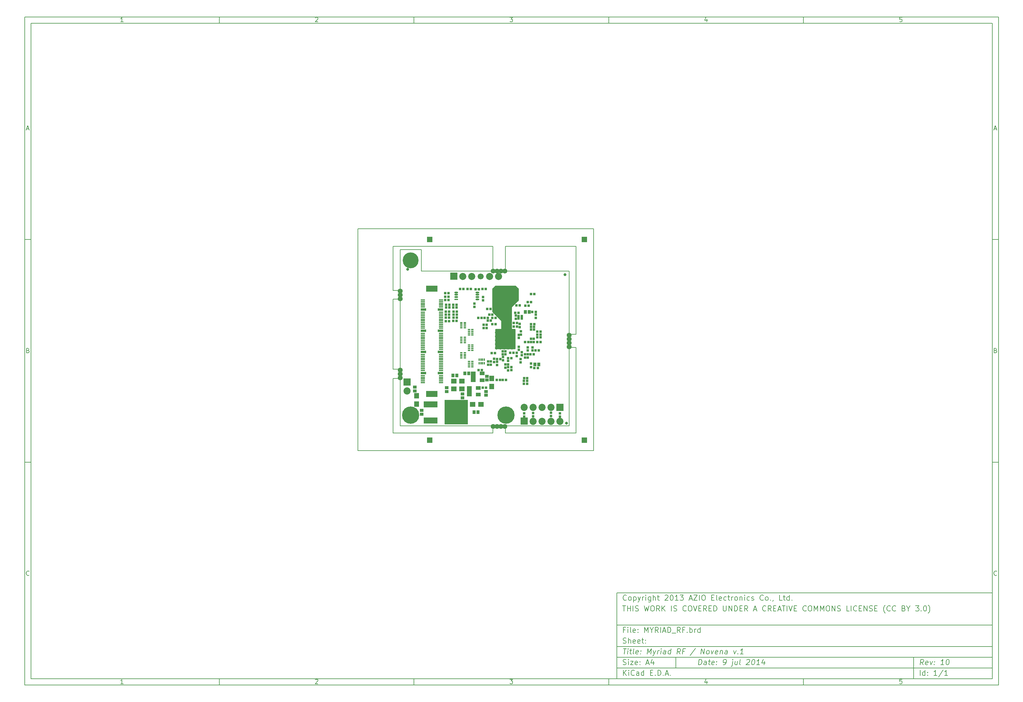
<source format=gbs>
G04 (created by PCBNEW (2013-07-07 BZR 4022)-stable) date 09/07/2014 14:33:10*
%MOIN*%
G04 Gerber Fmt 3.4, Leading zero omitted, Abs format*
%FSLAX34Y34*%
G01*
G70*
G90*
G04 APERTURE LIST*
%ADD10C,0.00590551*%
%ADD11C,0.0077*%
%ADD12R,0.0592X0.0592*%
%ADD13C,0.0314961*%
%ADD14C,0.0554*%
%ADD15C,0.0357*%
%ADD16R,0.0588X0.055*%
%ADD17R,0.055X0.0588*%
%ADD18R,0.0253X0.0273*%
%ADD19R,0.0273X0.0253*%
%ADD20R,0.0353X0.0392*%
%ADD21R,0.0392X0.0353*%
%ADD22R,0.0273X0.0273*%
%ADD23C,0.193228*%
%ADD24R,0.1571X0.0704*%
%ADD25R,0.2594X0.2752*%
%ADD26R,0.0543X0.0425*%
%ADD27O,0.0273X0.0155*%
%ADD28R,0.0273X0.0155*%
%ADD29O,0.0155X0.0273*%
%ADD30R,0.0155X0.0273*%
%ADD31R,0.0797X0.0797*%
%ADD32C,0.0797*%
%ADD33C,0.17748*%
%ADD34R,0.043337X0.017737*%
%ADD35O,0.043337X0.017737*%
%ADD36O,0.043337X0.017637*%
%ADD37C,0.0790551*%
%ADD38C,0.0668551*%
%ADD39R,0.0790551X0.0790551*%
%ADD40R,0.047137X0.015637*%
%ADD41R,0.062837X0.031437*%
%ADD42R,0.1298X0.0707*%
%ADD43R,0.047237X0.015737*%
%ADD44C,0.01*%
G04 APERTURE END LIST*
G54D10*
X4000Y-4000D02*
X112930Y-4000D01*
X112930Y-78680D01*
X4000Y-78680D01*
X4000Y-4000D01*
X4700Y-4700D02*
X112230Y-4700D01*
X112230Y-77980D01*
X4700Y-77980D01*
X4700Y-4700D01*
X25780Y-4000D02*
X25780Y-4700D01*
X15032Y-4552D02*
X14747Y-4552D01*
X14890Y-4552D02*
X14890Y-4052D01*
X14842Y-4123D01*
X14794Y-4171D01*
X14747Y-4195D01*
X25780Y-78680D02*
X25780Y-77980D01*
X15032Y-78532D02*
X14747Y-78532D01*
X14890Y-78532D02*
X14890Y-78032D01*
X14842Y-78103D01*
X14794Y-78151D01*
X14747Y-78175D01*
X47560Y-4000D02*
X47560Y-4700D01*
X36527Y-4100D02*
X36550Y-4076D01*
X36598Y-4052D01*
X36717Y-4052D01*
X36765Y-4076D01*
X36789Y-4100D01*
X36812Y-4147D01*
X36812Y-4195D01*
X36789Y-4266D01*
X36503Y-4552D01*
X36812Y-4552D01*
X47560Y-78680D02*
X47560Y-77980D01*
X36527Y-78080D02*
X36550Y-78056D01*
X36598Y-78032D01*
X36717Y-78032D01*
X36765Y-78056D01*
X36789Y-78080D01*
X36812Y-78127D01*
X36812Y-78175D01*
X36789Y-78246D01*
X36503Y-78532D01*
X36812Y-78532D01*
X69340Y-4000D02*
X69340Y-4700D01*
X58283Y-4052D02*
X58592Y-4052D01*
X58426Y-4242D01*
X58497Y-4242D01*
X58545Y-4266D01*
X58569Y-4290D01*
X58592Y-4338D01*
X58592Y-4457D01*
X58569Y-4504D01*
X58545Y-4528D01*
X58497Y-4552D01*
X58354Y-4552D01*
X58307Y-4528D01*
X58283Y-4504D01*
X69340Y-78680D02*
X69340Y-77980D01*
X58283Y-78032D02*
X58592Y-78032D01*
X58426Y-78222D01*
X58497Y-78222D01*
X58545Y-78246D01*
X58569Y-78270D01*
X58592Y-78318D01*
X58592Y-78437D01*
X58569Y-78484D01*
X58545Y-78508D01*
X58497Y-78532D01*
X58354Y-78532D01*
X58307Y-78508D01*
X58283Y-78484D01*
X91120Y-4000D02*
X91120Y-4700D01*
X80325Y-4219D02*
X80325Y-4552D01*
X80206Y-4028D02*
X80087Y-4385D01*
X80396Y-4385D01*
X91120Y-78680D02*
X91120Y-77980D01*
X80325Y-78199D02*
X80325Y-78532D01*
X80206Y-78008D02*
X80087Y-78365D01*
X80396Y-78365D01*
X102129Y-4052D02*
X101890Y-4052D01*
X101867Y-4290D01*
X101890Y-4266D01*
X101938Y-4242D01*
X102057Y-4242D01*
X102105Y-4266D01*
X102129Y-4290D01*
X102152Y-4338D01*
X102152Y-4457D01*
X102129Y-4504D01*
X102105Y-4528D01*
X102057Y-4552D01*
X101938Y-4552D01*
X101890Y-4528D01*
X101867Y-4504D01*
X102129Y-78032D02*
X101890Y-78032D01*
X101867Y-78270D01*
X101890Y-78246D01*
X101938Y-78222D01*
X102057Y-78222D01*
X102105Y-78246D01*
X102129Y-78270D01*
X102152Y-78318D01*
X102152Y-78437D01*
X102129Y-78484D01*
X102105Y-78508D01*
X102057Y-78532D01*
X101938Y-78532D01*
X101890Y-78508D01*
X101867Y-78484D01*
X4000Y-28890D02*
X4700Y-28890D01*
X4230Y-16509D02*
X4469Y-16509D01*
X4183Y-16652D02*
X4350Y-16152D01*
X4516Y-16652D01*
X112930Y-28890D02*
X112230Y-28890D01*
X112460Y-16509D02*
X112699Y-16509D01*
X112413Y-16652D02*
X112580Y-16152D01*
X112746Y-16652D01*
X4000Y-53780D02*
X4700Y-53780D01*
X4385Y-41280D02*
X4457Y-41304D01*
X4480Y-41328D01*
X4504Y-41375D01*
X4504Y-41447D01*
X4480Y-41494D01*
X4457Y-41518D01*
X4409Y-41542D01*
X4219Y-41542D01*
X4219Y-41042D01*
X4385Y-41042D01*
X4433Y-41066D01*
X4457Y-41090D01*
X4480Y-41137D01*
X4480Y-41185D01*
X4457Y-41232D01*
X4433Y-41256D01*
X4385Y-41280D01*
X4219Y-41280D01*
X112930Y-53780D02*
X112230Y-53780D01*
X112615Y-41280D02*
X112687Y-41304D01*
X112710Y-41328D01*
X112734Y-41375D01*
X112734Y-41447D01*
X112710Y-41494D01*
X112687Y-41518D01*
X112639Y-41542D01*
X112449Y-41542D01*
X112449Y-41042D01*
X112615Y-41042D01*
X112663Y-41066D01*
X112687Y-41090D01*
X112710Y-41137D01*
X112710Y-41185D01*
X112687Y-41232D01*
X112663Y-41256D01*
X112615Y-41280D01*
X112449Y-41280D01*
X4504Y-66384D02*
X4480Y-66408D01*
X4409Y-66432D01*
X4361Y-66432D01*
X4290Y-66408D01*
X4242Y-66360D01*
X4219Y-66313D01*
X4195Y-66218D01*
X4195Y-66146D01*
X4219Y-66051D01*
X4242Y-66003D01*
X4290Y-65956D01*
X4361Y-65932D01*
X4409Y-65932D01*
X4480Y-65956D01*
X4504Y-65980D01*
X112734Y-66384D02*
X112710Y-66408D01*
X112639Y-66432D01*
X112591Y-66432D01*
X112520Y-66408D01*
X112472Y-66360D01*
X112449Y-66313D01*
X112425Y-66218D01*
X112425Y-66146D01*
X112449Y-66051D01*
X112472Y-66003D01*
X112520Y-65956D01*
X112591Y-65932D01*
X112639Y-65932D01*
X112710Y-65956D01*
X112734Y-65980D01*
X79380Y-76422D02*
X79455Y-75822D01*
X79597Y-75822D01*
X79680Y-75851D01*
X79730Y-75908D01*
X79751Y-75965D01*
X79765Y-76080D01*
X79755Y-76165D01*
X79712Y-76280D01*
X79676Y-76337D01*
X79612Y-76394D01*
X79522Y-76422D01*
X79380Y-76422D01*
X80237Y-76422D02*
X80276Y-76108D01*
X80255Y-76051D01*
X80201Y-76022D01*
X80087Y-76022D01*
X80026Y-76051D01*
X80240Y-76394D02*
X80180Y-76422D01*
X80037Y-76422D01*
X79983Y-76394D01*
X79962Y-76337D01*
X79969Y-76280D01*
X80005Y-76222D01*
X80065Y-76194D01*
X80208Y-76194D01*
X80269Y-76165D01*
X80487Y-76022D02*
X80715Y-76022D01*
X80597Y-75822D02*
X80533Y-76337D01*
X80555Y-76394D01*
X80608Y-76422D01*
X80665Y-76422D01*
X81097Y-76394D02*
X81037Y-76422D01*
X80922Y-76422D01*
X80869Y-76394D01*
X80847Y-76337D01*
X80876Y-76108D01*
X80912Y-76051D01*
X80972Y-76022D01*
X81087Y-76022D01*
X81140Y-76051D01*
X81162Y-76108D01*
X81155Y-76165D01*
X80862Y-76222D01*
X81387Y-76365D02*
X81412Y-76394D01*
X81380Y-76422D01*
X81355Y-76394D01*
X81387Y-76365D01*
X81380Y-76422D01*
X81426Y-76051D02*
X81451Y-76080D01*
X81419Y-76108D01*
X81394Y-76080D01*
X81426Y-76051D01*
X81419Y-76108D01*
X82151Y-76422D02*
X82265Y-76422D01*
X82326Y-76394D01*
X82358Y-76365D01*
X82426Y-76280D01*
X82469Y-76165D01*
X82497Y-75937D01*
X82476Y-75880D01*
X82451Y-75851D01*
X82397Y-75822D01*
X82283Y-75822D01*
X82222Y-75851D01*
X82190Y-75880D01*
X82155Y-75937D01*
X82137Y-76080D01*
X82158Y-76137D01*
X82183Y-76165D01*
X82237Y-76194D01*
X82351Y-76194D01*
X82412Y-76165D01*
X82444Y-76137D01*
X82480Y-76080D01*
X83201Y-76022D02*
X83137Y-76537D01*
X83101Y-76594D01*
X83040Y-76622D01*
X83012Y-76622D01*
X83226Y-75822D02*
X83194Y-75851D01*
X83219Y-75880D01*
X83251Y-75851D01*
X83226Y-75822D01*
X83219Y-75880D01*
X83744Y-76022D02*
X83694Y-76422D01*
X83487Y-76022D02*
X83447Y-76337D01*
X83469Y-76394D01*
X83522Y-76422D01*
X83608Y-76422D01*
X83669Y-76394D01*
X83701Y-76365D01*
X84065Y-76422D02*
X84012Y-76394D01*
X83990Y-76337D01*
X84055Y-75822D01*
X84790Y-75880D02*
X84822Y-75851D01*
X84883Y-75822D01*
X85026Y-75822D01*
X85080Y-75851D01*
X85105Y-75880D01*
X85126Y-75937D01*
X85119Y-75994D01*
X85080Y-76080D01*
X84694Y-76422D01*
X85065Y-76422D01*
X85512Y-75822D02*
X85569Y-75822D01*
X85622Y-75851D01*
X85647Y-75880D01*
X85669Y-75937D01*
X85683Y-76051D01*
X85665Y-76194D01*
X85622Y-76308D01*
X85587Y-76365D01*
X85555Y-76394D01*
X85494Y-76422D01*
X85437Y-76422D01*
X85383Y-76394D01*
X85358Y-76365D01*
X85337Y-76308D01*
X85322Y-76194D01*
X85340Y-76051D01*
X85383Y-75937D01*
X85419Y-75880D01*
X85451Y-75851D01*
X85512Y-75822D01*
X86208Y-76422D02*
X85865Y-76422D01*
X86037Y-76422D02*
X86112Y-75822D01*
X86044Y-75908D01*
X85980Y-75965D01*
X85919Y-75994D01*
X86772Y-76022D02*
X86722Y-76422D01*
X86658Y-75794D02*
X86462Y-76222D01*
X86833Y-76222D01*
X70972Y-77622D02*
X70972Y-77022D01*
X71315Y-77622D02*
X71058Y-77280D01*
X71315Y-77022D02*
X70972Y-77365D01*
X71572Y-77622D02*
X71572Y-77222D01*
X71572Y-77022D02*
X71544Y-77051D01*
X71572Y-77080D01*
X71601Y-77051D01*
X71572Y-77022D01*
X71572Y-77080D01*
X72201Y-77565D02*
X72172Y-77594D01*
X72087Y-77622D01*
X72030Y-77622D01*
X71944Y-77594D01*
X71887Y-77537D01*
X71858Y-77480D01*
X71830Y-77365D01*
X71830Y-77280D01*
X71858Y-77165D01*
X71887Y-77108D01*
X71944Y-77051D01*
X72030Y-77022D01*
X72087Y-77022D01*
X72172Y-77051D01*
X72201Y-77080D01*
X72715Y-77622D02*
X72715Y-77308D01*
X72687Y-77251D01*
X72630Y-77222D01*
X72515Y-77222D01*
X72458Y-77251D01*
X72715Y-77594D02*
X72658Y-77622D01*
X72515Y-77622D01*
X72458Y-77594D01*
X72430Y-77537D01*
X72430Y-77480D01*
X72458Y-77422D01*
X72515Y-77394D01*
X72658Y-77394D01*
X72715Y-77365D01*
X73258Y-77622D02*
X73258Y-77022D01*
X73258Y-77594D02*
X73201Y-77622D01*
X73087Y-77622D01*
X73030Y-77594D01*
X73001Y-77565D01*
X72972Y-77508D01*
X72972Y-77337D01*
X73001Y-77280D01*
X73030Y-77251D01*
X73087Y-77222D01*
X73201Y-77222D01*
X73258Y-77251D01*
X74001Y-77308D02*
X74201Y-77308D01*
X74287Y-77622D02*
X74001Y-77622D01*
X74001Y-77022D01*
X74287Y-77022D01*
X74544Y-77565D02*
X74572Y-77594D01*
X74544Y-77622D01*
X74515Y-77594D01*
X74544Y-77565D01*
X74544Y-77622D01*
X74829Y-77622D02*
X74829Y-77022D01*
X74972Y-77022D01*
X75058Y-77051D01*
X75115Y-77108D01*
X75144Y-77165D01*
X75172Y-77280D01*
X75172Y-77365D01*
X75144Y-77480D01*
X75115Y-77537D01*
X75058Y-77594D01*
X74972Y-77622D01*
X74829Y-77622D01*
X75429Y-77565D02*
X75458Y-77594D01*
X75429Y-77622D01*
X75401Y-77594D01*
X75429Y-77565D01*
X75429Y-77622D01*
X75687Y-77451D02*
X75972Y-77451D01*
X75629Y-77622D02*
X75829Y-77022D01*
X76029Y-77622D01*
X76229Y-77565D02*
X76258Y-77594D01*
X76229Y-77622D01*
X76201Y-77594D01*
X76229Y-77565D01*
X76229Y-77622D01*
X104522Y-76422D02*
X104358Y-76137D01*
X104180Y-76422D02*
X104255Y-75822D01*
X104483Y-75822D01*
X104537Y-75851D01*
X104562Y-75880D01*
X104583Y-75937D01*
X104572Y-76022D01*
X104537Y-76080D01*
X104505Y-76108D01*
X104444Y-76137D01*
X104215Y-76137D01*
X105012Y-76394D02*
X104951Y-76422D01*
X104837Y-76422D01*
X104783Y-76394D01*
X104762Y-76337D01*
X104790Y-76108D01*
X104826Y-76051D01*
X104887Y-76022D01*
X105001Y-76022D01*
X105055Y-76051D01*
X105076Y-76108D01*
X105069Y-76165D01*
X104776Y-76222D01*
X105287Y-76022D02*
X105380Y-76422D01*
X105572Y-76022D01*
X105758Y-76365D02*
X105783Y-76394D01*
X105751Y-76422D01*
X105726Y-76394D01*
X105758Y-76365D01*
X105751Y-76422D01*
X105797Y-76051D02*
X105822Y-76080D01*
X105790Y-76108D01*
X105765Y-76080D01*
X105797Y-76051D01*
X105790Y-76108D01*
X106808Y-76422D02*
X106465Y-76422D01*
X106637Y-76422D02*
X106712Y-75822D01*
X106644Y-75908D01*
X106580Y-75965D01*
X106519Y-75994D01*
X107255Y-75822D02*
X107312Y-75822D01*
X107365Y-75851D01*
X107390Y-75880D01*
X107412Y-75937D01*
X107426Y-76051D01*
X107408Y-76194D01*
X107365Y-76308D01*
X107330Y-76365D01*
X107297Y-76394D01*
X107237Y-76422D01*
X107180Y-76422D01*
X107126Y-76394D01*
X107101Y-76365D01*
X107080Y-76308D01*
X107065Y-76194D01*
X107083Y-76051D01*
X107126Y-75937D01*
X107162Y-75880D01*
X107194Y-75851D01*
X107255Y-75822D01*
X70944Y-76394D02*
X71030Y-76422D01*
X71172Y-76422D01*
X71230Y-76394D01*
X71258Y-76365D01*
X71287Y-76308D01*
X71287Y-76251D01*
X71258Y-76194D01*
X71230Y-76165D01*
X71172Y-76137D01*
X71058Y-76108D01*
X71001Y-76080D01*
X70972Y-76051D01*
X70944Y-75994D01*
X70944Y-75937D01*
X70972Y-75880D01*
X71001Y-75851D01*
X71058Y-75822D01*
X71201Y-75822D01*
X71287Y-75851D01*
X71544Y-76422D02*
X71544Y-76022D01*
X71544Y-75822D02*
X71515Y-75851D01*
X71544Y-75880D01*
X71572Y-75851D01*
X71544Y-75822D01*
X71544Y-75880D01*
X71772Y-76022D02*
X72087Y-76022D01*
X71772Y-76422D01*
X72087Y-76422D01*
X72544Y-76394D02*
X72487Y-76422D01*
X72372Y-76422D01*
X72315Y-76394D01*
X72287Y-76337D01*
X72287Y-76108D01*
X72315Y-76051D01*
X72372Y-76022D01*
X72487Y-76022D01*
X72544Y-76051D01*
X72572Y-76108D01*
X72572Y-76165D01*
X72287Y-76222D01*
X72830Y-76365D02*
X72858Y-76394D01*
X72830Y-76422D01*
X72801Y-76394D01*
X72830Y-76365D01*
X72830Y-76422D01*
X72830Y-76051D02*
X72858Y-76080D01*
X72830Y-76108D01*
X72801Y-76080D01*
X72830Y-76051D01*
X72830Y-76108D01*
X73544Y-76251D02*
X73830Y-76251D01*
X73487Y-76422D02*
X73687Y-75822D01*
X73887Y-76422D01*
X74344Y-76022D02*
X74344Y-76422D01*
X74201Y-75794D02*
X74058Y-76222D01*
X74430Y-76222D01*
X104172Y-77622D02*
X104172Y-77022D01*
X104715Y-77622D02*
X104715Y-77022D01*
X104715Y-77594D02*
X104658Y-77622D01*
X104544Y-77622D01*
X104487Y-77594D01*
X104458Y-77565D01*
X104430Y-77508D01*
X104430Y-77337D01*
X104458Y-77280D01*
X104487Y-77251D01*
X104544Y-77222D01*
X104658Y-77222D01*
X104715Y-77251D01*
X105001Y-77565D02*
X105030Y-77594D01*
X105001Y-77622D01*
X104972Y-77594D01*
X105001Y-77565D01*
X105001Y-77622D01*
X105001Y-77251D02*
X105030Y-77280D01*
X105001Y-77308D01*
X104972Y-77280D01*
X105001Y-77251D01*
X105001Y-77308D01*
X106058Y-77622D02*
X105715Y-77622D01*
X105887Y-77622D02*
X105887Y-77022D01*
X105829Y-77108D01*
X105772Y-77165D01*
X105715Y-77194D01*
X106744Y-76994D02*
X106230Y-77765D01*
X107258Y-77622D02*
X106915Y-77622D01*
X107087Y-77622D02*
X107087Y-77022D01*
X107029Y-77108D01*
X106972Y-77165D01*
X106915Y-77194D01*
X70969Y-74622D02*
X71312Y-74622D01*
X71065Y-75222D02*
X71140Y-74622D01*
X71437Y-75222D02*
X71487Y-74822D01*
X71512Y-74622D02*
X71480Y-74651D01*
X71505Y-74680D01*
X71537Y-74651D01*
X71512Y-74622D01*
X71505Y-74680D01*
X71687Y-74822D02*
X71915Y-74822D01*
X71797Y-74622D02*
X71733Y-75137D01*
X71755Y-75194D01*
X71808Y-75222D01*
X71865Y-75222D01*
X72151Y-75222D02*
X72097Y-75194D01*
X72076Y-75137D01*
X72140Y-74622D01*
X72612Y-75194D02*
X72551Y-75222D01*
X72437Y-75222D01*
X72383Y-75194D01*
X72362Y-75137D01*
X72390Y-74908D01*
X72426Y-74851D01*
X72487Y-74822D01*
X72601Y-74822D01*
X72655Y-74851D01*
X72676Y-74908D01*
X72669Y-74965D01*
X72376Y-75022D01*
X72901Y-75165D02*
X72926Y-75194D01*
X72894Y-75222D01*
X72869Y-75194D01*
X72901Y-75165D01*
X72894Y-75222D01*
X72940Y-74851D02*
X72965Y-74880D01*
X72933Y-74908D01*
X72908Y-74880D01*
X72940Y-74851D01*
X72933Y-74908D01*
X73637Y-75222D02*
X73712Y-74622D01*
X73858Y-75051D01*
X74112Y-74622D01*
X74037Y-75222D01*
X74315Y-74822D02*
X74408Y-75222D01*
X74601Y-74822D02*
X74408Y-75222D01*
X74333Y-75365D01*
X74301Y-75394D01*
X74240Y-75422D01*
X74780Y-75222D02*
X74830Y-74822D01*
X74815Y-74937D02*
X74851Y-74880D01*
X74883Y-74851D01*
X74944Y-74822D01*
X75001Y-74822D01*
X75151Y-75222D02*
X75201Y-74822D01*
X75226Y-74622D02*
X75194Y-74651D01*
X75219Y-74680D01*
X75251Y-74651D01*
X75226Y-74622D01*
X75219Y-74680D01*
X75694Y-75222D02*
X75733Y-74908D01*
X75712Y-74851D01*
X75658Y-74822D01*
X75544Y-74822D01*
X75483Y-74851D01*
X75697Y-75194D02*
X75637Y-75222D01*
X75494Y-75222D01*
X75440Y-75194D01*
X75419Y-75137D01*
X75426Y-75080D01*
X75462Y-75022D01*
X75522Y-74994D01*
X75665Y-74994D01*
X75726Y-74965D01*
X76237Y-75222D02*
X76312Y-74622D01*
X76240Y-75194D02*
X76180Y-75222D01*
X76065Y-75222D01*
X76012Y-75194D01*
X75987Y-75165D01*
X75965Y-75108D01*
X75987Y-74937D01*
X76022Y-74880D01*
X76055Y-74851D01*
X76115Y-74822D01*
X76230Y-74822D01*
X76283Y-74851D01*
X77322Y-75222D02*
X77158Y-74937D01*
X76980Y-75222D02*
X77055Y-74622D01*
X77283Y-74622D01*
X77337Y-74651D01*
X77362Y-74680D01*
X77383Y-74737D01*
X77372Y-74822D01*
X77337Y-74880D01*
X77305Y-74908D01*
X77244Y-74937D01*
X77015Y-74937D01*
X77819Y-74908D02*
X77619Y-74908D01*
X77580Y-75222D02*
X77655Y-74622D01*
X77940Y-74622D01*
X79058Y-74594D02*
X78447Y-75365D01*
X79637Y-75222D02*
X79712Y-74622D01*
X79980Y-75222D01*
X80055Y-74622D01*
X80351Y-75222D02*
X80297Y-75194D01*
X80272Y-75165D01*
X80251Y-75108D01*
X80272Y-74937D01*
X80308Y-74880D01*
X80340Y-74851D01*
X80401Y-74822D01*
X80487Y-74822D01*
X80540Y-74851D01*
X80565Y-74880D01*
X80587Y-74937D01*
X80565Y-75108D01*
X80530Y-75165D01*
X80497Y-75194D01*
X80437Y-75222D01*
X80351Y-75222D01*
X80801Y-74822D02*
X80894Y-75222D01*
X81087Y-74822D01*
X81497Y-75194D02*
X81437Y-75222D01*
X81322Y-75222D01*
X81269Y-75194D01*
X81247Y-75137D01*
X81276Y-74908D01*
X81312Y-74851D01*
X81372Y-74822D01*
X81487Y-74822D01*
X81540Y-74851D01*
X81562Y-74908D01*
X81555Y-74965D01*
X81262Y-75022D01*
X81830Y-74822D02*
X81780Y-75222D01*
X81822Y-74880D02*
X81855Y-74851D01*
X81915Y-74822D01*
X82001Y-74822D01*
X82055Y-74851D01*
X82076Y-74908D01*
X82037Y-75222D01*
X82580Y-75222D02*
X82619Y-74908D01*
X82597Y-74851D01*
X82544Y-74822D01*
X82430Y-74822D01*
X82369Y-74851D01*
X82583Y-75194D02*
X82522Y-75222D01*
X82380Y-75222D01*
X82326Y-75194D01*
X82305Y-75137D01*
X82312Y-75080D01*
X82347Y-75022D01*
X82408Y-74994D01*
X82551Y-74994D01*
X82612Y-74965D01*
X83315Y-74822D02*
X83408Y-75222D01*
X83601Y-74822D01*
X83787Y-75165D02*
X83812Y-75194D01*
X83780Y-75222D01*
X83755Y-75194D01*
X83787Y-75165D01*
X83780Y-75222D01*
X84380Y-75222D02*
X84037Y-75222D01*
X84208Y-75222D02*
X84283Y-74622D01*
X84215Y-74708D01*
X84151Y-74765D01*
X84090Y-74794D01*
X71172Y-72508D02*
X70972Y-72508D01*
X70972Y-72822D02*
X70972Y-72222D01*
X71258Y-72222D01*
X71487Y-72822D02*
X71487Y-72422D01*
X71487Y-72222D02*
X71458Y-72251D01*
X71487Y-72280D01*
X71515Y-72251D01*
X71487Y-72222D01*
X71487Y-72280D01*
X71858Y-72822D02*
X71801Y-72794D01*
X71772Y-72737D01*
X71772Y-72222D01*
X72315Y-72794D02*
X72258Y-72822D01*
X72144Y-72822D01*
X72087Y-72794D01*
X72058Y-72737D01*
X72058Y-72508D01*
X72087Y-72451D01*
X72144Y-72422D01*
X72258Y-72422D01*
X72315Y-72451D01*
X72344Y-72508D01*
X72344Y-72565D01*
X72058Y-72622D01*
X72601Y-72765D02*
X72630Y-72794D01*
X72601Y-72822D01*
X72572Y-72794D01*
X72601Y-72765D01*
X72601Y-72822D01*
X72601Y-72451D02*
X72630Y-72480D01*
X72601Y-72508D01*
X72572Y-72480D01*
X72601Y-72451D01*
X72601Y-72508D01*
X73344Y-72822D02*
X73344Y-72222D01*
X73544Y-72651D01*
X73744Y-72222D01*
X73744Y-72822D01*
X74144Y-72537D02*
X74144Y-72822D01*
X73944Y-72222D02*
X74144Y-72537D01*
X74344Y-72222D01*
X74887Y-72822D02*
X74687Y-72537D01*
X74544Y-72822D02*
X74544Y-72222D01*
X74772Y-72222D01*
X74830Y-72251D01*
X74858Y-72280D01*
X74887Y-72337D01*
X74887Y-72422D01*
X74858Y-72480D01*
X74830Y-72508D01*
X74772Y-72537D01*
X74544Y-72537D01*
X75144Y-72822D02*
X75144Y-72222D01*
X75401Y-72651D02*
X75687Y-72651D01*
X75344Y-72822D02*
X75544Y-72222D01*
X75744Y-72822D01*
X75944Y-72822D02*
X75944Y-72222D01*
X76087Y-72222D01*
X76172Y-72251D01*
X76230Y-72308D01*
X76258Y-72365D01*
X76287Y-72480D01*
X76287Y-72565D01*
X76258Y-72680D01*
X76230Y-72737D01*
X76172Y-72794D01*
X76087Y-72822D01*
X75944Y-72822D01*
X76401Y-72880D02*
X76858Y-72880D01*
X77344Y-72822D02*
X77144Y-72537D01*
X77001Y-72822D02*
X77001Y-72222D01*
X77230Y-72222D01*
X77287Y-72251D01*
X77315Y-72280D01*
X77344Y-72337D01*
X77344Y-72422D01*
X77315Y-72480D01*
X77287Y-72508D01*
X77230Y-72537D01*
X77001Y-72537D01*
X77801Y-72508D02*
X77601Y-72508D01*
X77601Y-72822D02*
X77601Y-72222D01*
X77887Y-72222D01*
X78115Y-72765D02*
X78144Y-72794D01*
X78115Y-72822D01*
X78087Y-72794D01*
X78115Y-72765D01*
X78115Y-72822D01*
X78401Y-72822D02*
X78401Y-72222D01*
X78401Y-72451D02*
X78458Y-72422D01*
X78572Y-72422D01*
X78630Y-72451D01*
X78658Y-72480D01*
X78687Y-72537D01*
X78687Y-72708D01*
X78658Y-72765D01*
X78630Y-72794D01*
X78572Y-72822D01*
X78458Y-72822D01*
X78401Y-72794D01*
X78944Y-72822D02*
X78944Y-72422D01*
X78944Y-72537D02*
X78972Y-72480D01*
X79001Y-72451D01*
X79058Y-72422D01*
X79115Y-72422D01*
X79572Y-72822D02*
X79572Y-72222D01*
X79572Y-72794D02*
X79515Y-72822D01*
X79401Y-72822D01*
X79344Y-72794D01*
X79315Y-72765D01*
X79287Y-72708D01*
X79287Y-72537D01*
X79315Y-72480D01*
X79344Y-72451D01*
X79401Y-72422D01*
X79515Y-72422D01*
X79572Y-72451D01*
X70944Y-73994D02*
X71030Y-74022D01*
X71172Y-74022D01*
X71230Y-73994D01*
X71258Y-73965D01*
X71287Y-73908D01*
X71287Y-73851D01*
X71258Y-73794D01*
X71230Y-73765D01*
X71172Y-73737D01*
X71058Y-73708D01*
X71001Y-73680D01*
X70972Y-73651D01*
X70944Y-73594D01*
X70944Y-73537D01*
X70972Y-73480D01*
X71001Y-73451D01*
X71058Y-73422D01*
X71201Y-73422D01*
X71287Y-73451D01*
X71544Y-74022D02*
X71544Y-73422D01*
X71801Y-74022D02*
X71801Y-73708D01*
X71772Y-73651D01*
X71715Y-73622D01*
X71630Y-73622D01*
X71572Y-73651D01*
X71544Y-73680D01*
X72315Y-73994D02*
X72258Y-74022D01*
X72144Y-74022D01*
X72087Y-73994D01*
X72058Y-73937D01*
X72058Y-73708D01*
X72087Y-73651D01*
X72144Y-73622D01*
X72258Y-73622D01*
X72315Y-73651D01*
X72344Y-73708D01*
X72344Y-73765D01*
X72058Y-73822D01*
X72830Y-73994D02*
X72772Y-74022D01*
X72658Y-74022D01*
X72601Y-73994D01*
X72572Y-73937D01*
X72572Y-73708D01*
X72601Y-73651D01*
X72658Y-73622D01*
X72772Y-73622D01*
X72830Y-73651D01*
X72858Y-73708D01*
X72858Y-73765D01*
X72572Y-73822D01*
X73030Y-73622D02*
X73258Y-73622D01*
X73115Y-73422D02*
X73115Y-73937D01*
X73144Y-73994D01*
X73201Y-74022D01*
X73258Y-74022D01*
X73458Y-73965D02*
X73487Y-73994D01*
X73458Y-74022D01*
X73430Y-73994D01*
X73458Y-73965D01*
X73458Y-74022D01*
X73458Y-73651D02*
X73487Y-73680D01*
X73458Y-73708D01*
X73430Y-73680D01*
X73458Y-73651D01*
X73458Y-73708D01*
X70887Y-69822D02*
X71230Y-69822D01*
X71058Y-70422D02*
X71058Y-69822D01*
X71430Y-70422D02*
X71430Y-69822D01*
X71430Y-70108D02*
X71772Y-70108D01*
X71772Y-70422D02*
X71772Y-69822D01*
X72058Y-70422D02*
X72058Y-69822D01*
X72315Y-70394D02*
X72401Y-70422D01*
X72544Y-70422D01*
X72601Y-70394D01*
X72629Y-70365D01*
X72658Y-70308D01*
X72658Y-70251D01*
X72629Y-70194D01*
X72601Y-70165D01*
X72544Y-70137D01*
X72429Y-70108D01*
X72372Y-70080D01*
X72344Y-70051D01*
X72315Y-69994D01*
X72315Y-69937D01*
X72344Y-69880D01*
X72372Y-69851D01*
X72429Y-69822D01*
X72572Y-69822D01*
X72658Y-69851D01*
X73315Y-69822D02*
X73458Y-70422D01*
X73572Y-69994D01*
X73687Y-70422D01*
X73830Y-69822D01*
X74172Y-69822D02*
X74287Y-69822D01*
X74344Y-69851D01*
X74401Y-69908D01*
X74430Y-70022D01*
X74430Y-70222D01*
X74401Y-70337D01*
X74344Y-70394D01*
X74287Y-70422D01*
X74172Y-70422D01*
X74115Y-70394D01*
X74058Y-70337D01*
X74030Y-70222D01*
X74030Y-70022D01*
X74058Y-69908D01*
X74115Y-69851D01*
X74172Y-69822D01*
X75029Y-70422D02*
X74829Y-70137D01*
X74687Y-70422D02*
X74687Y-69822D01*
X74915Y-69822D01*
X74972Y-69851D01*
X75001Y-69880D01*
X75029Y-69937D01*
X75029Y-70022D01*
X75001Y-70080D01*
X74972Y-70108D01*
X74915Y-70137D01*
X74687Y-70137D01*
X75287Y-70422D02*
X75287Y-69822D01*
X75629Y-70422D02*
X75372Y-70080D01*
X75629Y-69822D02*
X75287Y-70165D01*
X76344Y-70422D02*
X76344Y-69822D01*
X76601Y-70394D02*
X76687Y-70422D01*
X76829Y-70422D01*
X76887Y-70394D01*
X76915Y-70365D01*
X76944Y-70308D01*
X76944Y-70251D01*
X76915Y-70194D01*
X76887Y-70165D01*
X76829Y-70137D01*
X76715Y-70108D01*
X76658Y-70080D01*
X76629Y-70051D01*
X76601Y-69994D01*
X76601Y-69937D01*
X76629Y-69880D01*
X76658Y-69851D01*
X76715Y-69822D01*
X76858Y-69822D01*
X76944Y-69851D01*
X78001Y-70365D02*
X77972Y-70394D01*
X77887Y-70422D01*
X77830Y-70422D01*
X77744Y-70394D01*
X77687Y-70337D01*
X77658Y-70280D01*
X77630Y-70165D01*
X77630Y-70080D01*
X77658Y-69965D01*
X77687Y-69908D01*
X77744Y-69851D01*
X77830Y-69822D01*
X77887Y-69822D01*
X77972Y-69851D01*
X78001Y-69880D01*
X78372Y-69822D02*
X78487Y-69822D01*
X78544Y-69851D01*
X78601Y-69908D01*
X78630Y-70022D01*
X78630Y-70222D01*
X78601Y-70337D01*
X78544Y-70394D01*
X78487Y-70422D01*
X78372Y-70422D01*
X78315Y-70394D01*
X78258Y-70337D01*
X78230Y-70222D01*
X78230Y-70022D01*
X78258Y-69908D01*
X78315Y-69851D01*
X78372Y-69822D01*
X78801Y-69822D02*
X79001Y-70422D01*
X79201Y-69822D01*
X79401Y-70108D02*
X79601Y-70108D01*
X79687Y-70422D02*
X79401Y-70422D01*
X79401Y-69822D01*
X79687Y-69822D01*
X80287Y-70422D02*
X80087Y-70137D01*
X79944Y-70422D02*
X79944Y-69822D01*
X80172Y-69822D01*
X80229Y-69851D01*
X80258Y-69880D01*
X80287Y-69937D01*
X80287Y-70022D01*
X80258Y-70080D01*
X80229Y-70108D01*
X80172Y-70137D01*
X79944Y-70137D01*
X80544Y-70108D02*
X80744Y-70108D01*
X80829Y-70422D02*
X80544Y-70422D01*
X80544Y-69822D01*
X80829Y-69822D01*
X81087Y-70422D02*
X81087Y-69822D01*
X81229Y-69822D01*
X81315Y-69851D01*
X81372Y-69908D01*
X81401Y-69965D01*
X81429Y-70080D01*
X81429Y-70165D01*
X81401Y-70280D01*
X81372Y-70337D01*
X81315Y-70394D01*
X81229Y-70422D01*
X81087Y-70422D01*
X82144Y-69822D02*
X82144Y-70308D01*
X82172Y-70365D01*
X82201Y-70394D01*
X82258Y-70422D01*
X82372Y-70422D01*
X82429Y-70394D01*
X82458Y-70365D01*
X82487Y-70308D01*
X82487Y-69822D01*
X82772Y-70422D02*
X82772Y-69822D01*
X83115Y-70422D01*
X83115Y-69822D01*
X83401Y-70422D02*
X83401Y-69822D01*
X83544Y-69822D01*
X83629Y-69851D01*
X83687Y-69908D01*
X83715Y-69965D01*
X83744Y-70080D01*
X83744Y-70165D01*
X83715Y-70280D01*
X83687Y-70337D01*
X83629Y-70394D01*
X83544Y-70422D01*
X83401Y-70422D01*
X84001Y-70108D02*
X84201Y-70108D01*
X84287Y-70422D02*
X84001Y-70422D01*
X84001Y-69822D01*
X84287Y-69822D01*
X84887Y-70422D02*
X84687Y-70137D01*
X84544Y-70422D02*
X84544Y-69822D01*
X84772Y-69822D01*
X84829Y-69851D01*
X84858Y-69880D01*
X84887Y-69937D01*
X84887Y-70022D01*
X84858Y-70080D01*
X84829Y-70108D01*
X84772Y-70137D01*
X84544Y-70137D01*
X85572Y-70251D02*
X85858Y-70251D01*
X85515Y-70422D02*
X85715Y-69822D01*
X85915Y-70422D01*
X86915Y-70365D02*
X86887Y-70394D01*
X86801Y-70422D01*
X86744Y-70422D01*
X86658Y-70394D01*
X86601Y-70337D01*
X86572Y-70280D01*
X86544Y-70165D01*
X86544Y-70080D01*
X86572Y-69965D01*
X86601Y-69908D01*
X86658Y-69851D01*
X86744Y-69822D01*
X86801Y-69822D01*
X86887Y-69851D01*
X86915Y-69880D01*
X87515Y-70422D02*
X87315Y-70137D01*
X87172Y-70422D02*
X87172Y-69822D01*
X87401Y-69822D01*
X87458Y-69851D01*
X87487Y-69880D01*
X87515Y-69937D01*
X87515Y-70022D01*
X87487Y-70080D01*
X87458Y-70108D01*
X87401Y-70137D01*
X87172Y-70137D01*
X87772Y-70108D02*
X87972Y-70108D01*
X88058Y-70422D02*
X87772Y-70422D01*
X87772Y-69822D01*
X88058Y-69822D01*
X88287Y-70251D02*
X88572Y-70251D01*
X88229Y-70422D02*
X88429Y-69822D01*
X88629Y-70422D01*
X88744Y-69822D02*
X89087Y-69822D01*
X88915Y-70422D02*
X88915Y-69822D01*
X89287Y-70422D02*
X89287Y-69822D01*
X89487Y-69822D02*
X89687Y-70422D01*
X89887Y-69822D01*
X90087Y-70108D02*
X90287Y-70108D01*
X90372Y-70422D02*
X90087Y-70422D01*
X90087Y-69822D01*
X90372Y-69822D01*
X91429Y-70365D02*
X91401Y-70394D01*
X91315Y-70422D01*
X91258Y-70422D01*
X91172Y-70394D01*
X91115Y-70337D01*
X91087Y-70280D01*
X91058Y-70165D01*
X91058Y-70080D01*
X91087Y-69965D01*
X91115Y-69908D01*
X91172Y-69851D01*
X91258Y-69822D01*
X91315Y-69822D01*
X91401Y-69851D01*
X91429Y-69880D01*
X91801Y-69822D02*
X91915Y-69822D01*
X91972Y-69851D01*
X92029Y-69908D01*
X92058Y-70022D01*
X92058Y-70222D01*
X92029Y-70337D01*
X91972Y-70394D01*
X91915Y-70422D01*
X91801Y-70422D01*
X91744Y-70394D01*
X91687Y-70337D01*
X91658Y-70222D01*
X91658Y-70022D01*
X91687Y-69908D01*
X91744Y-69851D01*
X91801Y-69822D01*
X92315Y-70422D02*
X92315Y-69822D01*
X92515Y-70251D01*
X92715Y-69822D01*
X92715Y-70422D01*
X93001Y-70422D02*
X93001Y-69822D01*
X93201Y-70251D01*
X93401Y-69822D01*
X93401Y-70422D01*
X93801Y-69822D02*
X93915Y-69822D01*
X93972Y-69851D01*
X94029Y-69908D01*
X94058Y-70022D01*
X94058Y-70222D01*
X94029Y-70337D01*
X93972Y-70394D01*
X93915Y-70422D01*
X93801Y-70422D01*
X93744Y-70394D01*
X93687Y-70337D01*
X93658Y-70222D01*
X93658Y-70022D01*
X93687Y-69908D01*
X93744Y-69851D01*
X93801Y-69822D01*
X94315Y-70422D02*
X94315Y-69822D01*
X94658Y-70422D01*
X94658Y-69822D01*
X94915Y-70394D02*
X95001Y-70422D01*
X95144Y-70422D01*
X95201Y-70394D01*
X95229Y-70365D01*
X95258Y-70308D01*
X95258Y-70251D01*
X95229Y-70194D01*
X95201Y-70165D01*
X95144Y-70137D01*
X95029Y-70108D01*
X94972Y-70080D01*
X94944Y-70051D01*
X94915Y-69994D01*
X94915Y-69937D01*
X94944Y-69880D01*
X94972Y-69851D01*
X95029Y-69822D01*
X95172Y-69822D01*
X95258Y-69851D01*
X96258Y-70422D02*
X95972Y-70422D01*
X95972Y-69822D01*
X96458Y-70422D02*
X96458Y-69822D01*
X97087Y-70365D02*
X97058Y-70394D01*
X96972Y-70422D01*
X96915Y-70422D01*
X96829Y-70394D01*
X96772Y-70337D01*
X96744Y-70280D01*
X96715Y-70165D01*
X96715Y-70080D01*
X96744Y-69965D01*
X96772Y-69908D01*
X96829Y-69851D01*
X96915Y-69822D01*
X96972Y-69822D01*
X97058Y-69851D01*
X97087Y-69880D01*
X97344Y-70108D02*
X97544Y-70108D01*
X97629Y-70422D02*
X97344Y-70422D01*
X97344Y-69822D01*
X97629Y-69822D01*
X97887Y-70422D02*
X97887Y-69822D01*
X98229Y-70422D01*
X98229Y-69822D01*
X98487Y-70394D02*
X98572Y-70422D01*
X98715Y-70422D01*
X98772Y-70394D01*
X98801Y-70365D01*
X98829Y-70308D01*
X98829Y-70251D01*
X98801Y-70194D01*
X98772Y-70165D01*
X98715Y-70137D01*
X98601Y-70108D01*
X98544Y-70080D01*
X98515Y-70051D01*
X98487Y-69994D01*
X98487Y-69937D01*
X98515Y-69880D01*
X98544Y-69851D01*
X98601Y-69822D01*
X98744Y-69822D01*
X98829Y-69851D01*
X99087Y-70108D02*
X99287Y-70108D01*
X99372Y-70422D02*
X99087Y-70422D01*
X99087Y-69822D01*
X99372Y-69822D01*
X100258Y-70651D02*
X100229Y-70622D01*
X100172Y-70537D01*
X100144Y-70480D01*
X100115Y-70394D01*
X100087Y-70251D01*
X100087Y-70137D01*
X100115Y-69994D01*
X100144Y-69908D01*
X100172Y-69851D01*
X100229Y-69765D01*
X100258Y-69737D01*
X100829Y-70365D02*
X100801Y-70394D01*
X100715Y-70422D01*
X100658Y-70422D01*
X100572Y-70394D01*
X100515Y-70337D01*
X100487Y-70280D01*
X100458Y-70165D01*
X100458Y-70080D01*
X100487Y-69965D01*
X100515Y-69908D01*
X100572Y-69851D01*
X100658Y-69822D01*
X100715Y-69822D01*
X100801Y-69851D01*
X100829Y-69880D01*
X101429Y-70365D02*
X101401Y-70394D01*
X101315Y-70422D01*
X101258Y-70422D01*
X101172Y-70394D01*
X101115Y-70337D01*
X101087Y-70280D01*
X101058Y-70165D01*
X101058Y-70080D01*
X101087Y-69965D01*
X101115Y-69908D01*
X101172Y-69851D01*
X101258Y-69822D01*
X101315Y-69822D01*
X101401Y-69851D01*
X101429Y-69880D01*
X102344Y-70108D02*
X102429Y-70137D01*
X102458Y-70165D01*
X102487Y-70222D01*
X102487Y-70308D01*
X102458Y-70365D01*
X102429Y-70394D01*
X102372Y-70422D01*
X102144Y-70422D01*
X102144Y-69822D01*
X102344Y-69822D01*
X102401Y-69851D01*
X102429Y-69880D01*
X102458Y-69937D01*
X102458Y-69994D01*
X102429Y-70051D01*
X102401Y-70080D01*
X102344Y-70108D01*
X102144Y-70108D01*
X102858Y-70137D02*
X102858Y-70422D01*
X102658Y-69822D02*
X102858Y-70137D01*
X103058Y-69822D01*
X103658Y-69822D02*
X104029Y-69822D01*
X103829Y-70051D01*
X103915Y-70051D01*
X103972Y-70080D01*
X104001Y-70108D01*
X104029Y-70165D01*
X104029Y-70308D01*
X104001Y-70365D01*
X103972Y-70394D01*
X103915Y-70422D01*
X103744Y-70422D01*
X103687Y-70394D01*
X103658Y-70365D01*
X104287Y-70365D02*
X104315Y-70394D01*
X104287Y-70422D01*
X104258Y-70394D01*
X104287Y-70365D01*
X104287Y-70422D01*
X104687Y-69822D02*
X104744Y-69822D01*
X104801Y-69851D01*
X104829Y-69880D01*
X104858Y-69937D01*
X104887Y-70051D01*
X104887Y-70194D01*
X104858Y-70308D01*
X104829Y-70365D01*
X104801Y-70394D01*
X104744Y-70422D01*
X104687Y-70422D01*
X104629Y-70394D01*
X104601Y-70365D01*
X104572Y-70308D01*
X104544Y-70194D01*
X104544Y-70051D01*
X104572Y-69937D01*
X104601Y-69880D01*
X104629Y-69851D01*
X104687Y-69822D01*
X105087Y-70651D02*
X105115Y-70622D01*
X105172Y-70537D01*
X105201Y-70480D01*
X105229Y-70394D01*
X105258Y-70251D01*
X105258Y-70137D01*
X105229Y-69994D01*
X105201Y-69908D01*
X105172Y-69851D01*
X105115Y-69765D01*
X105087Y-69737D01*
X71315Y-69165D02*
X71287Y-69194D01*
X71201Y-69222D01*
X71144Y-69222D01*
X71058Y-69194D01*
X71001Y-69137D01*
X70972Y-69080D01*
X70944Y-68965D01*
X70944Y-68880D01*
X70972Y-68765D01*
X71001Y-68708D01*
X71058Y-68651D01*
X71144Y-68622D01*
X71201Y-68622D01*
X71287Y-68651D01*
X71315Y-68680D01*
X71658Y-69222D02*
X71601Y-69194D01*
X71572Y-69165D01*
X71544Y-69108D01*
X71544Y-68937D01*
X71572Y-68880D01*
X71601Y-68851D01*
X71658Y-68822D01*
X71744Y-68822D01*
X71801Y-68851D01*
X71830Y-68880D01*
X71858Y-68937D01*
X71858Y-69108D01*
X71830Y-69165D01*
X71801Y-69194D01*
X71744Y-69222D01*
X71658Y-69222D01*
X72115Y-68822D02*
X72115Y-69422D01*
X72115Y-68851D02*
X72172Y-68822D01*
X72287Y-68822D01*
X72344Y-68851D01*
X72372Y-68880D01*
X72401Y-68937D01*
X72401Y-69108D01*
X72372Y-69165D01*
X72344Y-69194D01*
X72287Y-69222D01*
X72172Y-69222D01*
X72115Y-69194D01*
X72601Y-68822D02*
X72744Y-69222D01*
X72887Y-68822D02*
X72744Y-69222D01*
X72687Y-69365D01*
X72658Y-69394D01*
X72601Y-69422D01*
X73115Y-69222D02*
X73115Y-68822D01*
X73115Y-68937D02*
X73144Y-68880D01*
X73172Y-68851D01*
X73230Y-68822D01*
X73287Y-68822D01*
X73487Y-69222D02*
X73487Y-68822D01*
X73487Y-68622D02*
X73458Y-68651D01*
X73487Y-68680D01*
X73515Y-68651D01*
X73487Y-68622D01*
X73487Y-68680D01*
X74030Y-68822D02*
X74030Y-69308D01*
X74001Y-69365D01*
X73972Y-69394D01*
X73915Y-69422D01*
X73830Y-69422D01*
X73772Y-69394D01*
X74030Y-69194D02*
X73972Y-69222D01*
X73858Y-69222D01*
X73801Y-69194D01*
X73772Y-69165D01*
X73744Y-69108D01*
X73744Y-68937D01*
X73772Y-68880D01*
X73801Y-68851D01*
X73858Y-68822D01*
X73972Y-68822D01*
X74030Y-68851D01*
X74315Y-69222D02*
X74315Y-68622D01*
X74572Y-69222D02*
X74572Y-68908D01*
X74544Y-68851D01*
X74487Y-68822D01*
X74401Y-68822D01*
X74344Y-68851D01*
X74315Y-68880D01*
X74772Y-68822D02*
X75001Y-68822D01*
X74858Y-68622D02*
X74858Y-69137D01*
X74887Y-69194D01*
X74944Y-69222D01*
X75001Y-69222D01*
X75630Y-68680D02*
X75658Y-68651D01*
X75715Y-68622D01*
X75858Y-68622D01*
X75915Y-68651D01*
X75944Y-68680D01*
X75972Y-68737D01*
X75972Y-68794D01*
X75944Y-68880D01*
X75601Y-69222D01*
X75972Y-69222D01*
X76344Y-68622D02*
X76401Y-68622D01*
X76458Y-68651D01*
X76487Y-68680D01*
X76515Y-68737D01*
X76544Y-68851D01*
X76544Y-68994D01*
X76515Y-69108D01*
X76487Y-69165D01*
X76458Y-69194D01*
X76401Y-69222D01*
X76344Y-69222D01*
X76287Y-69194D01*
X76258Y-69165D01*
X76230Y-69108D01*
X76201Y-68994D01*
X76201Y-68851D01*
X76230Y-68737D01*
X76258Y-68680D01*
X76287Y-68651D01*
X76344Y-68622D01*
X77115Y-69222D02*
X76772Y-69222D01*
X76944Y-69222D02*
X76944Y-68622D01*
X76887Y-68708D01*
X76830Y-68765D01*
X76772Y-68794D01*
X77315Y-68622D02*
X77687Y-68622D01*
X77487Y-68851D01*
X77572Y-68851D01*
X77630Y-68880D01*
X77658Y-68908D01*
X77687Y-68965D01*
X77687Y-69108D01*
X77658Y-69165D01*
X77630Y-69194D01*
X77572Y-69222D01*
X77401Y-69222D01*
X77344Y-69194D01*
X77315Y-69165D01*
X78372Y-69051D02*
X78658Y-69051D01*
X78315Y-69222D02*
X78515Y-68622D01*
X78715Y-69222D01*
X78858Y-68622D02*
X79258Y-68622D01*
X78858Y-69222D01*
X79258Y-69222D01*
X79487Y-69222D02*
X79487Y-68622D01*
X79887Y-68622D02*
X80001Y-68622D01*
X80058Y-68651D01*
X80115Y-68708D01*
X80144Y-68822D01*
X80144Y-69022D01*
X80115Y-69137D01*
X80058Y-69194D01*
X80001Y-69222D01*
X79887Y-69222D01*
X79830Y-69194D01*
X79772Y-69137D01*
X79744Y-69022D01*
X79744Y-68822D01*
X79772Y-68708D01*
X79830Y-68651D01*
X79887Y-68622D01*
X80858Y-68908D02*
X81058Y-68908D01*
X81144Y-69222D02*
X80858Y-69222D01*
X80858Y-68622D01*
X81144Y-68622D01*
X81487Y-69222D02*
X81430Y-69194D01*
X81401Y-69137D01*
X81401Y-68622D01*
X81944Y-69194D02*
X81887Y-69222D01*
X81772Y-69222D01*
X81715Y-69194D01*
X81687Y-69137D01*
X81687Y-68908D01*
X81715Y-68851D01*
X81772Y-68822D01*
X81887Y-68822D01*
X81944Y-68851D01*
X81972Y-68908D01*
X81972Y-68965D01*
X81687Y-69022D01*
X82487Y-69194D02*
X82430Y-69222D01*
X82315Y-69222D01*
X82258Y-69194D01*
X82230Y-69165D01*
X82201Y-69108D01*
X82201Y-68937D01*
X82230Y-68880D01*
X82258Y-68851D01*
X82315Y-68822D01*
X82430Y-68822D01*
X82487Y-68851D01*
X82658Y-68822D02*
X82887Y-68822D01*
X82744Y-68622D02*
X82744Y-69137D01*
X82772Y-69194D01*
X82830Y-69222D01*
X82887Y-69222D01*
X83087Y-69222D02*
X83087Y-68822D01*
X83087Y-68937D02*
X83115Y-68880D01*
X83144Y-68851D01*
X83201Y-68822D01*
X83258Y-68822D01*
X83544Y-69222D02*
X83487Y-69194D01*
X83458Y-69165D01*
X83430Y-69108D01*
X83430Y-68937D01*
X83458Y-68880D01*
X83487Y-68851D01*
X83544Y-68822D01*
X83630Y-68822D01*
X83687Y-68851D01*
X83715Y-68880D01*
X83744Y-68937D01*
X83744Y-69108D01*
X83715Y-69165D01*
X83687Y-69194D01*
X83630Y-69222D01*
X83544Y-69222D01*
X84001Y-68822D02*
X84001Y-69222D01*
X84001Y-68880D02*
X84030Y-68851D01*
X84087Y-68822D01*
X84172Y-68822D01*
X84230Y-68851D01*
X84258Y-68908D01*
X84258Y-69222D01*
X84544Y-69222D02*
X84544Y-68822D01*
X84544Y-68622D02*
X84515Y-68651D01*
X84544Y-68680D01*
X84572Y-68651D01*
X84544Y-68622D01*
X84544Y-68680D01*
X85087Y-69194D02*
X85030Y-69222D01*
X84915Y-69222D01*
X84858Y-69194D01*
X84830Y-69165D01*
X84801Y-69108D01*
X84801Y-68937D01*
X84830Y-68880D01*
X84858Y-68851D01*
X84915Y-68822D01*
X85030Y-68822D01*
X85087Y-68851D01*
X85315Y-69194D02*
X85372Y-69222D01*
X85487Y-69222D01*
X85544Y-69194D01*
X85572Y-69137D01*
X85572Y-69108D01*
X85544Y-69051D01*
X85487Y-69022D01*
X85401Y-69022D01*
X85344Y-68994D01*
X85315Y-68937D01*
X85315Y-68908D01*
X85344Y-68851D01*
X85401Y-68822D01*
X85487Y-68822D01*
X85544Y-68851D01*
X86630Y-69165D02*
X86601Y-69194D01*
X86515Y-69222D01*
X86458Y-69222D01*
X86372Y-69194D01*
X86315Y-69137D01*
X86287Y-69080D01*
X86258Y-68965D01*
X86258Y-68880D01*
X86287Y-68765D01*
X86315Y-68708D01*
X86372Y-68651D01*
X86458Y-68622D01*
X86515Y-68622D01*
X86601Y-68651D01*
X86630Y-68680D01*
X86972Y-69222D02*
X86915Y-69194D01*
X86887Y-69165D01*
X86858Y-69108D01*
X86858Y-68937D01*
X86887Y-68880D01*
X86915Y-68851D01*
X86972Y-68822D01*
X87058Y-68822D01*
X87115Y-68851D01*
X87144Y-68880D01*
X87172Y-68937D01*
X87172Y-69108D01*
X87144Y-69165D01*
X87115Y-69194D01*
X87058Y-69222D01*
X86972Y-69222D01*
X87430Y-69165D02*
X87458Y-69194D01*
X87430Y-69222D01*
X87401Y-69194D01*
X87430Y-69165D01*
X87430Y-69222D01*
X87744Y-69194D02*
X87744Y-69222D01*
X87715Y-69280D01*
X87687Y-69308D01*
X88744Y-69222D02*
X88458Y-69222D01*
X88458Y-68622D01*
X88858Y-68822D02*
X89087Y-68822D01*
X88944Y-68622D02*
X88944Y-69137D01*
X88972Y-69194D01*
X89030Y-69222D01*
X89087Y-69222D01*
X89544Y-69222D02*
X89544Y-68622D01*
X89544Y-69194D02*
X89487Y-69222D01*
X89372Y-69222D01*
X89315Y-69194D01*
X89287Y-69165D01*
X89258Y-69108D01*
X89258Y-68937D01*
X89287Y-68880D01*
X89315Y-68851D01*
X89372Y-68822D01*
X89487Y-68822D01*
X89544Y-68851D01*
X89830Y-69165D02*
X89858Y-69194D01*
X89830Y-69222D01*
X89801Y-69194D01*
X89830Y-69165D01*
X89830Y-69222D01*
X70230Y-68380D02*
X70230Y-77980D01*
X70230Y-71980D02*
X112230Y-71980D01*
X70230Y-68380D02*
X112230Y-68380D01*
X70230Y-74380D02*
X112230Y-74380D01*
X103430Y-75580D02*
X103430Y-77980D01*
X70230Y-76780D02*
X112230Y-76780D01*
X70230Y-75580D02*
X112230Y-75580D01*
X76830Y-75580D02*
X76830Y-76780D01*
G54D11*
X46007Y-30019D02*
X48370Y-30019D01*
X48370Y-30019D02*
X48370Y-32401D01*
X48370Y-32401D02*
X56384Y-32401D01*
X46007Y-30019D02*
X46007Y-34570D01*
X41283Y-52483D02*
X41283Y-27680D01*
X67661Y-52483D02*
X41283Y-52483D01*
X67661Y-27680D02*
X67661Y-52483D01*
X41283Y-27680D02*
X67661Y-27680D01*
X64905Y-32401D02*
X64905Y-39492D01*
X57764Y-32401D02*
X64905Y-32401D01*
X57764Y-32401D02*
X57764Y-29648D01*
X65692Y-29650D02*
X57764Y-29650D01*
X65692Y-39492D02*
X65692Y-29650D01*
X64905Y-39492D02*
X65692Y-39492D01*
X57764Y-50515D02*
X57764Y-49728D01*
X65692Y-50515D02*
X57764Y-50515D01*
X65692Y-40948D02*
X65692Y-50515D01*
X64905Y-40948D02*
X65692Y-40948D01*
X64905Y-49728D02*
X64905Y-40948D01*
X57764Y-49728D02*
X64905Y-49728D01*
X45220Y-50515D02*
X45220Y-44413D01*
X56386Y-50515D02*
X45220Y-50515D01*
X56386Y-49728D02*
X56386Y-50515D01*
X46007Y-49728D02*
X56386Y-49728D01*
X46007Y-44413D02*
X46007Y-49728D01*
X46007Y-44413D02*
X45220Y-44413D01*
X45220Y-43390D02*
X45220Y-35555D01*
X46007Y-43390D02*
X45220Y-43390D01*
X46007Y-35555D02*
X46007Y-43390D01*
X46007Y-35555D02*
X45220Y-35555D01*
X46007Y-34570D02*
X45220Y-34570D01*
X45220Y-29648D02*
X45220Y-34570D01*
X45220Y-29648D02*
X56384Y-29648D01*
X56384Y-32401D02*
X56384Y-29648D01*
G54D12*
X49299Y-51303D03*
X66622Y-51303D03*
X66621Y-28862D03*
X49299Y-28862D03*
G54D13*
X64448Y-32795D03*
X64606Y-49409D03*
G54D14*
X46007Y-34630D03*
X46007Y-35063D03*
X46007Y-35496D03*
X46007Y-44335D03*
X46007Y-43902D03*
X46007Y-43469D03*
X64905Y-39571D03*
X64905Y-40004D03*
X64905Y-40437D03*
X64905Y-40870D03*
G54D15*
X58299Y-40354D03*
X58299Y-39921D03*
X58082Y-40138D03*
X58515Y-40138D03*
X58732Y-40354D03*
X57866Y-40354D03*
X57433Y-40354D03*
X57000Y-40354D03*
X56783Y-40571D03*
X57216Y-40571D03*
X57653Y-40571D03*
X58082Y-40571D03*
X58515Y-40571D03*
X58515Y-41004D03*
X58082Y-41004D03*
X57653Y-41004D03*
X57216Y-41004D03*
X56783Y-41004D03*
X57000Y-40787D03*
X57433Y-40787D03*
X58299Y-40787D03*
X57866Y-40787D03*
X58732Y-40787D03*
X58732Y-39921D03*
X57866Y-39921D03*
X57433Y-39921D03*
X57000Y-39921D03*
X56783Y-40138D03*
X57216Y-40138D03*
X57653Y-40138D03*
X58515Y-39705D03*
X58082Y-39705D03*
X57653Y-39705D03*
X57216Y-39705D03*
X56783Y-39705D03*
X57000Y-39488D03*
X57433Y-39488D03*
X58299Y-39488D03*
X57866Y-39488D03*
X58732Y-39488D03*
X58732Y-39055D03*
X57866Y-39055D03*
X58299Y-39055D03*
X57433Y-39055D03*
X57000Y-39055D03*
X56783Y-39272D03*
X57216Y-39272D03*
X57653Y-39272D03*
X58082Y-39272D03*
X58515Y-39272D03*
G54D16*
X55030Y-47326D03*
X54126Y-47326D03*
G54D17*
X47834Y-46359D03*
X47834Y-47263D03*
G54D16*
X52024Y-44696D03*
X52928Y-44696D03*
G54D17*
X56248Y-44414D03*
X56248Y-45318D03*
G54D16*
X52004Y-45562D03*
X52908Y-45562D03*
G54D18*
X53906Y-34410D03*
X53536Y-34410D03*
X51507Y-36169D03*
X51137Y-36169D03*
X60224Y-44681D03*
X59854Y-44681D03*
X51402Y-35638D03*
X51032Y-35638D03*
X51488Y-38008D03*
X51118Y-38008D03*
G54D19*
X54326Y-36417D03*
X54326Y-36047D03*
G54D18*
X51507Y-36488D03*
X51137Y-36488D03*
X51480Y-37275D03*
X51110Y-37275D03*
X51964Y-37275D03*
X52334Y-37275D03*
X51944Y-36169D03*
X52314Y-36169D03*
G54D19*
X55271Y-35681D03*
X55271Y-35311D03*
G54D18*
X51945Y-37992D03*
X52315Y-37992D03*
X53079Y-34410D03*
X52709Y-34410D03*
X51472Y-37610D03*
X51102Y-37610D03*
X54453Y-34433D03*
X54823Y-34433D03*
X61003Y-34992D03*
X60633Y-34992D03*
X60649Y-35866D03*
X60279Y-35866D03*
X60377Y-36271D03*
X60007Y-36271D03*
G54D19*
X59866Y-48681D03*
X59866Y-48311D03*
X60866Y-48661D03*
X60866Y-48291D03*
X62866Y-48618D03*
X62866Y-48248D03*
X63866Y-48669D03*
X63866Y-48299D03*
X56862Y-42917D03*
X56862Y-42547D03*
X58066Y-42460D03*
X58066Y-42830D03*
G54D18*
X55799Y-37641D03*
X55429Y-37641D03*
X56125Y-36649D03*
X55755Y-36649D03*
X59255Y-37090D03*
X58885Y-37090D03*
G54D19*
X59480Y-42248D03*
X59480Y-42618D03*
G54D18*
X60952Y-41712D03*
X60582Y-41712D03*
X61713Y-39500D03*
X61343Y-39500D03*
G54D19*
X58944Y-37755D03*
X58944Y-37385D03*
X60638Y-39984D03*
X60638Y-40354D03*
G54D18*
X59969Y-40355D03*
X60339Y-40355D03*
X61358Y-40351D03*
X61728Y-40351D03*
X61145Y-41287D03*
X61515Y-41287D03*
G54D19*
X56503Y-42216D03*
X56503Y-42586D03*
G54D18*
X60633Y-38330D03*
X61003Y-38330D03*
X51965Y-36953D03*
X52335Y-36953D03*
G54D19*
X60646Y-42760D03*
X60646Y-43130D03*
G54D18*
X61398Y-43256D03*
X61028Y-43256D03*
X60795Y-36981D03*
X61165Y-36981D03*
G54D19*
X61165Y-37653D03*
X61165Y-37283D03*
X57767Y-43204D03*
X57767Y-42834D03*
G54D18*
X61721Y-39799D03*
X61351Y-39799D03*
G54D19*
X55334Y-38775D03*
X55334Y-38405D03*
X55830Y-42519D03*
X55830Y-42889D03*
G54D18*
X51410Y-34890D03*
X51040Y-34890D03*
X51040Y-35280D03*
X51410Y-35280D03*
X52342Y-37610D03*
X51972Y-37610D03*
X51476Y-36952D03*
X51106Y-36952D03*
X51948Y-36484D03*
X52318Y-36484D03*
X57476Y-44566D03*
X57846Y-44566D03*
X56807Y-44566D03*
X57177Y-44566D03*
G54D20*
X60440Y-36984D03*
X60010Y-36984D03*
G54D21*
X48425Y-47973D03*
X48425Y-48403D03*
G54D20*
X54273Y-48188D03*
X54703Y-48188D03*
G54D21*
X47637Y-45805D03*
X47637Y-45375D03*
X55618Y-46293D03*
X55618Y-45863D03*
G54D20*
X61073Y-42847D03*
X61503Y-42847D03*
X51908Y-44078D03*
X52337Y-44078D03*
G54D21*
X52984Y-46151D03*
X52984Y-46581D03*
X51196Y-45438D03*
X51196Y-45868D03*
X55720Y-44592D03*
X55720Y-44162D03*
G54D20*
X53667Y-43842D03*
X53237Y-43842D03*
G54D22*
X60814Y-41287D03*
X60814Y-40933D03*
X60949Y-40346D03*
X60949Y-39992D03*
X60283Y-41287D03*
X60283Y-40933D03*
X60634Y-38634D03*
X60988Y-38634D03*
X56602Y-41574D03*
X56248Y-41574D03*
X60634Y-38945D03*
X60988Y-38945D03*
X56858Y-42236D03*
X57212Y-42236D03*
X55130Y-43477D03*
X54776Y-43477D03*
X58440Y-43137D03*
X58440Y-43491D03*
X56673Y-38358D03*
X56319Y-38358D03*
X58070Y-43141D03*
X58070Y-43495D03*
X57519Y-42027D03*
X57519Y-42381D03*
X55209Y-34425D03*
X55563Y-34425D03*
X59377Y-36251D03*
X59023Y-36251D03*
X60224Y-44362D03*
X59870Y-44362D03*
X60208Y-45027D03*
X59854Y-45027D03*
X59602Y-41826D03*
X59602Y-41472D03*
X55106Y-37641D03*
X54752Y-37641D03*
X57768Y-41721D03*
X57768Y-41367D03*
X57484Y-41717D03*
X57484Y-41363D03*
X59275Y-39889D03*
X59275Y-39535D03*
X55688Y-38775D03*
X55688Y-38421D03*
X56157Y-42523D03*
X56157Y-42877D03*
X59067Y-38217D03*
X58713Y-38217D03*
X59075Y-38595D03*
X58721Y-38595D03*
X61342Y-39181D03*
X61696Y-39181D03*
X59527Y-39161D03*
X59527Y-39515D03*
X59035Y-41899D03*
X59035Y-41545D03*
X59385Y-38680D03*
X59385Y-38326D03*
X59968Y-41712D03*
X59968Y-42066D03*
X60295Y-41712D03*
X60295Y-42066D03*
X56161Y-37952D03*
X55807Y-37952D03*
X56326Y-37275D03*
X55972Y-37275D03*
X56665Y-37653D03*
X56311Y-37653D03*
X59256Y-37433D03*
X59610Y-37433D03*
X59256Y-37728D03*
X59610Y-37728D03*
X58090Y-42161D03*
X58444Y-42161D03*
X58319Y-41551D03*
X58673Y-41551D03*
X55252Y-45444D03*
X55606Y-45444D03*
X59287Y-41220D03*
X59287Y-40866D03*
G54D23*
X57830Y-48523D03*
X47188Y-48523D03*
G54D24*
X49397Y-49107D03*
G54D25*
X52271Y-48173D03*
G54D24*
X49397Y-47309D03*
G54D14*
X56426Y-49768D03*
X56859Y-49768D03*
X57292Y-49768D03*
X57726Y-49768D03*
X56425Y-32401D03*
X56858Y-32401D03*
X57291Y-32401D03*
X57725Y-32401D03*
G54D26*
X54184Y-44603D03*
X54184Y-43853D03*
X55184Y-44603D03*
X54184Y-44228D03*
X55184Y-43853D03*
X53740Y-46217D03*
X53740Y-45467D03*
X54740Y-46217D03*
X53740Y-45842D03*
X54740Y-45467D03*
G54D27*
X53256Y-38752D03*
X53256Y-38555D03*
X53256Y-38162D03*
X52862Y-38162D03*
G54D28*
X52862Y-38752D03*
G54D27*
X53256Y-38359D03*
X52862Y-38359D03*
X52862Y-38555D03*
X54094Y-39546D03*
X54094Y-39349D03*
X54094Y-38956D03*
X53700Y-38956D03*
G54D28*
X53700Y-39546D03*
G54D27*
X54094Y-39153D03*
X53700Y-39153D03*
X53700Y-39349D03*
X53256Y-40402D03*
X53256Y-40205D03*
X53256Y-39812D03*
X52862Y-39812D03*
G54D28*
X52862Y-40402D03*
G54D27*
X53256Y-40009D03*
X52862Y-40009D03*
X52862Y-40205D03*
X54094Y-41267D03*
X54094Y-41070D03*
X54094Y-40677D03*
X53700Y-40677D03*
G54D28*
X53700Y-41267D03*
G54D27*
X54094Y-40874D03*
X53700Y-40874D03*
X53700Y-41070D03*
X53256Y-42122D03*
X53256Y-41925D03*
X53256Y-41532D03*
X52862Y-41532D03*
G54D28*
X52862Y-42122D03*
G54D27*
X53256Y-41729D03*
X52862Y-41729D03*
X52862Y-41925D03*
X54094Y-43117D03*
X54094Y-42920D03*
X54094Y-42527D03*
X53700Y-42527D03*
G54D28*
X53700Y-43117D03*
G54D27*
X54094Y-42724D03*
X53700Y-42724D03*
X53700Y-42920D03*
G54D29*
X55425Y-42319D03*
X55228Y-42319D03*
X54835Y-42319D03*
X54835Y-42713D03*
G54D30*
X55425Y-42713D03*
G54D29*
X55032Y-42319D03*
X55032Y-42713D03*
X55228Y-42713D03*
G54D13*
X46850Y-32204D03*
G54D31*
X46772Y-44821D03*
G54D32*
X46772Y-45821D03*
X59878Y-47641D03*
X60878Y-47641D03*
X61878Y-47641D03*
G54D31*
X63878Y-47661D03*
G54D32*
X62878Y-47641D03*
X63866Y-49212D03*
X62866Y-49212D03*
X61866Y-49212D03*
G54D31*
X59866Y-49192D03*
G54D32*
X60866Y-49212D03*
G54D33*
X47188Y-31200D03*
G54D34*
X52291Y-35567D03*
G54D35*
X52291Y-35311D03*
X52291Y-35055D03*
X52291Y-34799D03*
G54D36*
X54654Y-35567D03*
G54D35*
X54654Y-35311D03*
X54654Y-35055D03*
X54654Y-34799D03*
G54D37*
X57027Y-33011D03*
X56027Y-33011D03*
G54D38*
X55027Y-33011D03*
G54D37*
X54027Y-33011D03*
G54D39*
X52027Y-32991D03*
G54D37*
X53027Y-33011D03*
G54D40*
X48532Y-35636D03*
X48532Y-35832D03*
X48532Y-36029D03*
X48532Y-36226D03*
X48532Y-36422D03*
X50576Y-36422D03*
X50576Y-36226D03*
X50578Y-36029D03*
X50578Y-35832D03*
X50578Y-35636D03*
X48534Y-37009D03*
X48534Y-37207D03*
X48534Y-37404D03*
X48534Y-37599D03*
X48534Y-37797D03*
X48534Y-37994D03*
X48534Y-38189D03*
X48534Y-38387D03*
X48534Y-38586D03*
X48534Y-38782D03*
X50578Y-38782D03*
X50581Y-38584D03*
X50581Y-38387D03*
X50578Y-38189D03*
X50578Y-37994D03*
X50581Y-37796D03*
X50581Y-37599D03*
X50581Y-37402D03*
X50581Y-37206D03*
X50581Y-37009D03*
X50581Y-39371D03*
X50581Y-39567D03*
X50581Y-39764D03*
X50581Y-39961D03*
X50581Y-40157D03*
X50579Y-40356D03*
X50579Y-40551D03*
X50581Y-40749D03*
X50581Y-40946D03*
X50579Y-41144D03*
X48534Y-41144D03*
X48534Y-40947D03*
X48534Y-40749D03*
X48534Y-40551D03*
X48534Y-40356D03*
X48534Y-40159D03*
X48534Y-39961D03*
X48534Y-39766D03*
X48534Y-39569D03*
X48534Y-39371D03*
X48530Y-41736D03*
X48530Y-41934D03*
X48530Y-42131D03*
X48530Y-42327D03*
X48530Y-42524D03*
X48530Y-42721D03*
X48530Y-42917D03*
X48530Y-43114D03*
X48530Y-43312D03*
X48530Y-43509D03*
X50578Y-44099D03*
X50578Y-44296D03*
X50578Y-44492D03*
X50576Y-44689D03*
X50576Y-44886D03*
G54D41*
X50498Y-39079D03*
X48610Y-39079D03*
X48610Y-41441D03*
X50498Y-41441D03*
X48610Y-36716D03*
X50498Y-36716D03*
X50498Y-43804D03*
G54D42*
X49554Y-34374D03*
X49554Y-46140D03*
G54D41*
X48610Y-43804D03*
G54D40*
X48532Y-44886D03*
G54D43*
X48531Y-44689D03*
G54D40*
X48532Y-44492D03*
X48532Y-44296D03*
X48532Y-44099D03*
X50576Y-43509D03*
X50577Y-43311D03*
X50577Y-43114D03*
X50576Y-42917D03*
X50576Y-42721D03*
X50577Y-42523D03*
X50577Y-42327D03*
X50577Y-42130D03*
X50577Y-41933D03*
X50577Y-41736D03*
G54D10*
G36*
X59201Y-35687D02*
X58453Y-36395D01*
X58453Y-38908D01*
X58847Y-38908D01*
X58847Y-41092D01*
X56664Y-41092D01*
X56664Y-38908D01*
X57333Y-38908D01*
X57333Y-37932D01*
X56349Y-36947D01*
X56349Y-34390D01*
X56674Y-34065D01*
X58876Y-34065D01*
X59201Y-34390D01*
X59201Y-35687D01*
X59201Y-35687D01*
G37*
G54D44*
X59201Y-35687D02*
X58453Y-36395D01*
X58453Y-38908D01*
X58847Y-38908D01*
X58847Y-41092D01*
X56664Y-41092D01*
X56664Y-38908D01*
X57333Y-38908D01*
X57333Y-37932D01*
X56349Y-36947D01*
X56349Y-34390D01*
X56674Y-34065D01*
X58876Y-34065D01*
X59201Y-34390D01*
X59201Y-35687D01*
M02*

</source>
